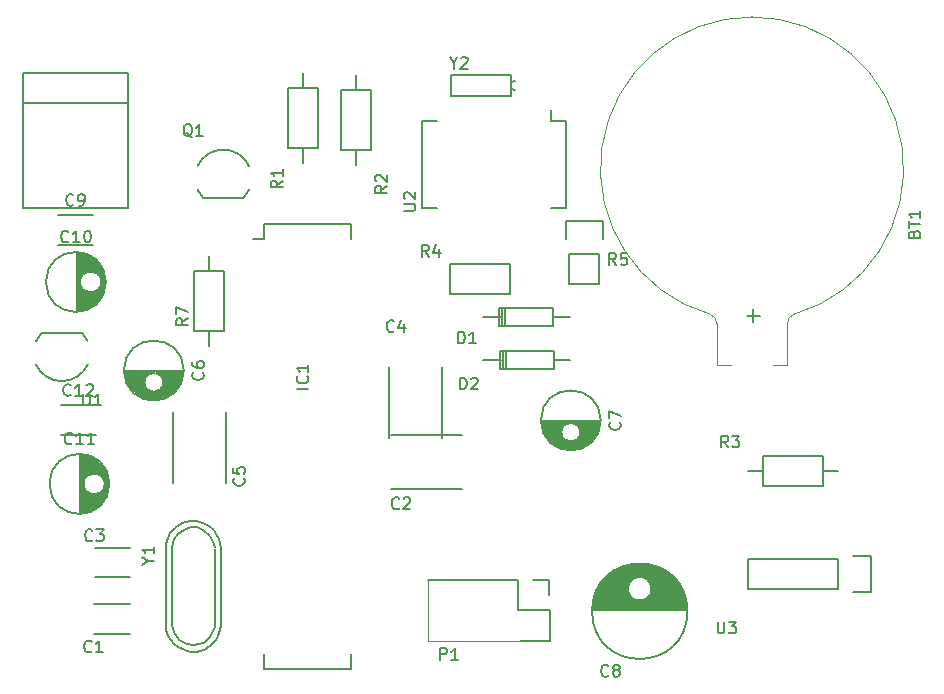
<source format=gbr>
G04 #@! TF.FileFunction,Legend,Top*
%FSLAX46Y46*%
G04 Gerber Fmt 4.6, Leading zero omitted, Abs format (unit mm)*
G04 Created by KiCad (PCBNEW 4.0.2+dfsg1-stable) date sob, 21 kwi 2018, 12:47:44*
%MOMM*%
G01*
G04 APERTURE LIST*
%ADD10C,0.500000*%
%ADD11C,0.150000*%
%ADD12C,0.120000*%
G04 APERTURE END LIST*
D10*
D11*
X94110000Y-94870000D02*
X97110000Y-94870000D01*
X97110000Y-97370000D02*
X94110000Y-97370000D01*
X119260000Y-80600000D02*
X125260000Y-80600000D01*
X125260000Y-85100000D02*
X119260000Y-85100000D01*
X94160000Y-90120000D02*
X97160000Y-90120000D01*
X97160000Y-92620000D02*
X94160000Y-92620000D01*
X123520000Y-74800000D02*
X123520000Y-80800000D01*
X119020000Y-80800000D02*
X119020000Y-74800000D01*
X105280000Y-78650000D02*
X105280000Y-84650000D01*
X100780000Y-84650000D02*
X100780000Y-78650000D01*
X108467143Y-62725000D02*
X108467143Y-63995000D01*
X115817143Y-62725000D02*
X115817143Y-63995000D01*
X115817143Y-100335000D02*
X115817143Y-99065000D01*
X108467143Y-100335000D02*
X108467143Y-99065000D01*
X108467143Y-62725000D02*
X115817143Y-62725000D01*
X108467143Y-100335000D02*
X115817143Y-100335000D01*
X108467143Y-63995000D02*
X107532143Y-63995000D01*
X102530000Y-71735000D02*
X102530000Y-66655000D01*
X102530000Y-66655000D02*
X105070000Y-66655000D01*
X105070000Y-66655000D02*
X105070000Y-71735000D01*
X105070000Y-71735000D02*
X102530000Y-71735000D01*
X103800000Y-71735000D02*
X103800000Y-73005000D01*
X103800000Y-66655000D02*
X103800000Y-65385000D01*
X103490760Y-98079000D02*
X103089440Y-98279660D01*
X103089440Y-98279660D02*
X102490000Y-98381260D01*
X102490000Y-98381260D02*
X101989620Y-98279660D01*
X101989620Y-98279660D02*
X101291120Y-97880880D01*
X101291120Y-97880880D02*
X100889800Y-97278900D01*
X100889800Y-97278900D02*
X100689140Y-96679460D01*
X100689140Y-96679460D02*
X100689140Y-90080540D01*
X100689140Y-90080540D02*
X100889800Y-89379500D01*
X100889800Y-89379500D02*
X101189520Y-88980720D01*
X101189520Y-88980720D02*
X101689900Y-88579400D01*
X101689900Y-88579400D02*
X102289340Y-88378740D01*
X102289340Y-88378740D02*
X102789720Y-88378740D01*
X102789720Y-88378740D02*
X103290100Y-88579400D01*
X103290100Y-88579400D02*
X103889540Y-89079780D01*
X103889540Y-89079780D02*
X104189260Y-89580160D01*
X104189260Y-89580160D02*
X104290860Y-90080540D01*
X104290860Y-90179600D02*
X104290860Y-96781060D01*
X104290860Y-96781060D02*
X104189260Y-97179840D01*
X104189260Y-97179840D02*
X103889540Y-97680220D01*
X103889540Y-97680220D02*
X103389160Y-98180600D01*
X104819180Y-90189760D02*
X104770920Y-89730020D01*
X104770920Y-89730020D02*
X104659160Y-89331240D01*
X104659160Y-89331240D02*
X104440720Y-88899440D01*
X104440720Y-88899440D02*
X104209580Y-88609880D01*
X104209580Y-88609880D02*
X103859060Y-88279680D01*
X103859060Y-88279680D02*
X103320580Y-87990120D01*
X103320580Y-87990120D02*
X102721140Y-87860580D01*
X102721140Y-87860580D02*
X102210600Y-87860580D01*
X102210600Y-87860580D02*
X101509560Y-88030760D01*
X101509560Y-88030760D02*
X100920280Y-88429540D01*
X100920280Y-88429540D02*
X100549440Y-88889280D01*
X100549440Y-88889280D02*
X100341160Y-89310920D01*
X100341160Y-89310920D02*
X100181140Y-89760500D01*
X100181140Y-89760500D02*
X100150660Y-90199920D01*
X100369100Y-97540520D02*
X100590080Y-97918980D01*
X100590080Y-97918980D02*
X100869480Y-98239020D01*
X100869480Y-98239020D02*
X101199680Y-98490480D01*
X101199680Y-98490480D02*
X101750860Y-98790200D01*
X101750860Y-98790200D02*
X102220760Y-98899420D01*
X102220760Y-98899420D02*
X102680500Y-98919740D01*
X102680500Y-98919740D02*
X103140240Y-98830840D01*
X103140240Y-98830840D02*
X103589820Y-98640340D01*
X103589820Y-98640340D02*
X104059720Y-98279660D01*
X104059720Y-98279660D02*
X104379760Y-97929140D01*
X104379760Y-97929140D02*
X104610900Y-97540520D01*
X104610900Y-97540520D02*
X104750600Y-97111260D01*
X104750600Y-97111260D02*
X104819180Y-96669300D01*
X100160820Y-90179600D02*
X100160820Y-96631200D01*
X100160820Y-96631200D02*
X100198920Y-97050300D01*
X100198920Y-97050300D02*
X100369100Y-97540520D01*
X104819180Y-90179600D02*
X104819180Y-96631200D01*
X102842305Y-59786990D02*
G75*
G03X103330000Y-60490000I2187695J996990D01*
G01*
X107217695Y-59786990D02*
G75*
G02X106730000Y-60490000I-2187695J996990D01*
G01*
X103330000Y-60490000D02*
X106730000Y-60490000D01*
X102845121Y-57796873D02*
G75*
G02X105030000Y-56390000I2184879J-993127D01*
G01*
X107214879Y-57796873D02*
G75*
G03X105030000Y-56390000I-2184879J-993127D01*
G01*
X136291000Y-95405000D02*
X144289000Y-95405000D01*
X136296000Y-95265000D02*
X144284000Y-95265000D01*
X136306000Y-95125000D02*
X144274000Y-95125000D01*
X136321000Y-94985000D02*
X144259000Y-94985000D01*
X136341000Y-94845000D02*
X144239000Y-94845000D01*
X136366000Y-94705000D02*
X144214000Y-94705000D01*
X136396000Y-94565000D02*
X140117000Y-94565000D01*
X140463000Y-94565000D02*
X144184000Y-94565000D01*
X136432000Y-94425000D02*
X139755000Y-94425000D01*
X140825000Y-94425000D02*
X144148000Y-94425000D01*
X136473000Y-94285000D02*
X139581000Y-94285000D01*
X140999000Y-94285000D02*
X144107000Y-94285000D01*
X136519000Y-94145000D02*
X139465000Y-94145000D01*
X141115000Y-94145000D02*
X144061000Y-94145000D01*
X136572000Y-94005000D02*
X139385000Y-94005000D01*
X141195000Y-94005000D02*
X144008000Y-94005000D01*
X136631000Y-93865000D02*
X139331000Y-93865000D01*
X141249000Y-93865000D02*
X143949000Y-93865000D01*
X136696000Y-93725000D02*
X139301000Y-93725000D01*
X141279000Y-93725000D02*
X143884000Y-93725000D01*
X136767000Y-93585000D02*
X139290000Y-93585000D01*
X141290000Y-93585000D02*
X143813000Y-93585000D01*
X136846000Y-93445000D02*
X139299000Y-93445000D01*
X141281000Y-93445000D02*
X143734000Y-93445000D01*
X136933000Y-93305000D02*
X139329000Y-93305000D01*
X141251000Y-93305000D02*
X143647000Y-93305000D01*
X137028000Y-93165000D02*
X139380000Y-93165000D01*
X141200000Y-93165000D02*
X143552000Y-93165000D01*
X137132000Y-93025000D02*
X139458000Y-93025000D01*
X141122000Y-93025000D02*
X143448000Y-93025000D01*
X137246000Y-92885000D02*
X139571000Y-92885000D01*
X141009000Y-92885000D02*
X143334000Y-92885000D01*
X137371000Y-92745000D02*
X139740000Y-92745000D01*
X140840000Y-92745000D02*
X143209000Y-92745000D01*
X137509000Y-92605000D02*
X140068000Y-92605000D01*
X140512000Y-92605000D02*
X143071000Y-92605000D01*
X137661000Y-92465000D02*
X142919000Y-92465000D01*
X137831000Y-92325000D02*
X142749000Y-92325000D01*
X138022000Y-92185000D02*
X142558000Y-92185000D01*
X138240000Y-92045000D02*
X142340000Y-92045000D01*
X138496000Y-91905000D02*
X142084000Y-91905000D01*
X138807000Y-91765000D02*
X141773000Y-91765000D01*
X139223000Y-91625000D02*
X141357000Y-91625000D01*
X140090000Y-91485000D02*
X140490000Y-91485000D01*
X141290000Y-93580000D02*
G75*
G03X141290000Y-93580000I-1000000J0D01*
G01*
X144327500Y-95480000D02*
G75*
G03X144327500Y-95480000I-4037500J0D01*
G01*
X96995000Y-52460000D02*
X88105000Y-52460000D01*
X96995000Y-55000000D02*
X96995000Y-60715000D01*
X96995000Y-60715000D02*
X96995000Y-61350000D01*
X96995000Y-61350000D02*
X88105000Y-61350000D01*
X88105000Y-61350000D02*
X88105000Y-55000000D01*
X88105000Y-55000000D02*
X88105000Y-49920000D01*
X88105000Y-49920000D02*
X96995000Y-49920000D01*
X96995000Y-49920000D02*
X96995000Y-55000000D01*
X131256500Y-92806500D02*
X132590000Y-92806500D01*
X132590000Y-92806500D02*
X132590000Y-94076500D01*
X122366500Y-92806500D02*
X129986500Y-92806500D01*
X129986500Y-92806500D02*
X129986500Y-95410000D01*
X129986500Y-95410000D02*
X132653500Y-95410000D01*
X132653500Y-95410000D02*
X132653500Y-98013500D01*
X132653500Y-98013500D02*
X130113500Y-98013500D01*
D12*
X130050000Y-98010000D02*
X122370000Y-98010000D01*
X122370000Y-98010000D02*
X122370000Y-92810000D01*
X132650000Y-95410000D02*
X130050000Y-95410000D01*
D11*
X101649000Y-75175000D02*
X96651000Y-75175000D01*
X101641000Y-75315000D02*
X99304000Y-75315000D01*
X98996000Y-75315000D02*
X96659000Y-75315000D01*
X101625000Y-75455000D02*
X99623000Y-75455000D01*
X98677000Y-75455000D02*
X96675000Y-75455000D01*
X101601000Y-75595000D02*
X99770000Y-75595000D01*
X98530000Y-75595000D02*
X96699000Y-75595000D01*
X101568000Y-75735000D02*
X99862000Y-75735000D01*
X98438000Y-75735000D02*
X96732000Y-75735000D01*
X101527000Y-75875000D02*
X99918000Y-75875000D01*
X98382000Y-75875000D02*
X96773000Y-75875000D01*
X101477000Y-76015000D02*
X99945000Y-76015000D01*
X98355000Y-76015000D02*
X96823000Y-76015000D01*
X101416000Y-76155000D02*
X99948000Y-76155000D01*
X98352000Y-76155000D02*
X96884000Y-76155000D01*
X101346000Y-76295000D02*
X99926000Y-76295000D01*
X98374000Y-76295000D02*
X96954000Y-76295000D01*
X101264000Y-76435000D02*
X99876000Y-76435000D01*
X98424000Y-76435000D02*
X97036000Y-76435000D01*
X101169000Y-76575000D02*
X99794000Y-76575000D01*
X98506000Y-76575000D02*
X97131000Y-76575000D01*
X101058000Y-76715000D02*
X99662000Y-76715000D01*
X98638000Y-76715000D02*
X97242000Y-76715000D01*
X100930000Y-76855000D02*
X99415000Y-76855000D01*
X98885000Y-76855000D02*
X97370000Y-76855000D01*
X100781000Y-76995000D02*
X97519000Y-76995000D01*
X100602000Y-77135000D02*
X97698000Y-77135000D01*
X100383000Y-77275000D02*
X97917000Y-77275000D01*
X100094000Y-77415000D02*
X98206000Y-77415000D01*
X99622000Y-77555000D02*
X98678000Y-77555000D01*
X99950000Y-76100000D02*
G75*
G03X99950000Y-76100000I-800000J0D01*
G01*
X101687500Y-75100000D02*
G75*
G03X101687500Y-75100000I-2537500J0D01*
G01*
X136949000Y-79395000D02*
X131951000Y-79395000D01*
X136941000Y-79535000D02*
X134604000Y-79535000D01*
X134296000Y-79535000D02*
X131959000Y-79535000D01*
X136925000Y-79675000D02*
X134923000Y-79675000D01*
X133977000Y-79675000D02*
X131975000Y-79675000D01*
X136901000Y-79815000D02*
X135070000Y-79815000D01*
X133830000Y-79815000D02*
X131999000Y-79815000D01*
X136868000Y-79955000D02*
X135162000Y-79955000D01*
X133738000Y-79955000D02*
X132032000Y-79955000D01*
X136827000Y-80095000D02*
X135218000Y-80095000D01*
X133682000Y-80095000D02*
X132073000Y-80095000D01*
X136777000Y-80235000D02*
X135245000Y-80235000D01*
X133655000Y-80235000D02*
X132123000Y-80235000D01*
X136716000Y-80375000D02*
X135248000Y-80375000D01*
X133652000Y-80375000D02*
X132184000Y-80375000D01*
X136646000Y-80515000D02*
X135226000Y-80515000D01*
X133674000Y-80515000D02*
X132254000Y-80515000D01*
X136564000Y-80655000D02*
X135176000Y-80655000D01*
X133724000Y-80655000D02*
X132336000Y-80655000D01*
X136469000Y-80795000D02*
X135094000Y-80795000D01*
X133806000Y-80795000D02*
X132431000Y-80795000D01*
X136358000Y-80935000D02*
X134962000Y-80935000D01*
X133938000Y-80935000D02*
X132542000Y-80935000D01*
X136230000Y-81075000D02*
X134715000Y-81075000D01*
X134185000Y-81075000D02*
X132670000Y-81075000D01*
X136081000Y-81215000D02*
X132819000Y-81215000D01*
X135902000Y-81355000D02*
X132998000Y-81355000D01*
X135683000Y-81495000D02*
X133217000Y-81495000D01*
X135394000Y-81635000D02*
X133506000Y-81635000D01*
X134922000Y-81775000D02*
X133978000Y-81775000D01*
X135250000Y-80320000D02*
G75*
G03X135250000Y-80320000I-800000J0D01*
G01*
X136987500Y-79320000D02*
G75*
G03X136987500Y-79320000I-2537500J0D01*
G01*
D12*
X151600000Y-74650000D02*
X152800000Y-74650000D01*
X149727687Y-45163830D02*
G75*
G02X153300000Y-70350000I72313J-12836170D01*
G01*
X153326384Y-70348246D02*
G75*
G03X152800000Y-71100000I273616J-751754D01*
G01*
X149872313Y-45163830D02*
G75*
G03X146300000Y-70350000I-72313J-12836170D01*
G01*
X146273616Y-70348246D02*
G75*
G02X146800000Y-71100000I-273616J-751754D01*
G01*
X146800000Y-74650000D02*
X146800000Y-71050000D01*
X148000000Y-74650000D02*
X146800000Y-74650000D01*
X152800000Y-74650000D02*
X152800000Y-71050000D01*
D11*
X132966520Y-70597460D02*
X134363520Y-70597460D01*
X128521520Y-70597460D02*
X126997520Y-70597460D01*
X128902520Y-69835460D02*
X128902520Y-71359460D01*
X128648520Y-69835460D02*
X128648520Y-71359460D01*
X128394520Y-70597460D02*
X128394520Y-71359460D01*
X128394520Y-71359460D02*
X132966520Y-71359460D01*
X132966520Y-71359460D02*
X132966520Y-69835460D01*
X132966520Y-69835460D02*
X128394520Y-69835460D01*
X128394520Y-69835460D02*
X128394520Y-70597460D01*
X133016520Y-74247460D02*
X134413520Y-74247460D01*
X128571520Y-74247460D02*
X127047520Y-74247460D01*
X128952520Y-73485460D02*
X128952520Y-75009460D01*
X128698520Y-73485460D02*
X128698520Y-75009460D01*
X128444520Y-74247460D02*
X128444520Y-75009460D01*
X128444520Y-75009460D02*
X133016520Y-75009460D01*
X133016520Y-75009460D02*
X133016520Y-73485460D01*
X133016520Y-73485460D02*
X128444520Y-73485460D01*
X128444520Y-73485460D02*
X128444520Y-74247460D01*
X113020000Y-51190000D02*
X113020000Y-56270000D01*
X113020000Y-56270000D02*
X110480000Y-56270000D01*
X110480000Y-56270000D02*
X110480000Y-51190000D01*
X110480000Y-51190000D02*
X113020000Y-51190000D01*
X111750000Y-51190000D02*
X111750000Y-49920000D01*
X111750000Y-56270000D02*
X111750000Y-57540000D01*
X117520000Y-51390000D02*
X117520000Y-56470000D01*
X117520000Y-56470000D02*
X114980000Y-56470000D01*
X114980000Y-56470000D02*
X114980000Y-51390000D01*
X114980000Y-51390000D02*
X117520000Y-51390000D01*
X116250000Y-51390000D02*
X116250000Y-50120000D01*
X116250000Y-56470000D02*
X116250000Y-57740000D01*
X134045000Y-53985000D02*
X132775000Y-53985000D01*
X134045000Y-61335000D02*
X132775000Y-61335000D01*
X121835000Y-61335000D02*
X123105000Y-61335000D01*
X121835000Y-53985000D02*
X123105000Y-53985000D01*
X134045000Y-53985000D02*
X134045000Y-61335000D01*
X121835000Y-53985000D02*
X121835000Y-61335000D01*
X132775000Y-53985000D02*
X132775000Y-53050000D01*
X129400320Y-51249720D02*
X129700040Y-51348780D01*
X129400320Y-50650280D02*
X129700040Y-50551220D01*
X129400320Y-50050840D02*
X124350800Y-50050840D01*
X124350800Y-50050840D02*
X124350800Y-51849160D01*
X124350800Y-51849160D02*
X129400320Y-51849160D01*
X129400320Y-50050840D02*
X129400320Y-51849160D01*
X155810000Y-84870000D02*
X150730000Y-84870000D01*
X150730000Y-84870000D02*
X150730000Y-82330000D01*
X150730000Y-82330000D02*
X155810000Y-82330000D01*
X155810000Y-82330000D02*
X155810000Y-84870000D01*
X155810000Y-83600000D02*
X157080000Y-83600000D01*
X150730000Y-83600000D02*
X149460000Y-83600000D01*
X157090000Y-91030000D02*
X157090000Y-93570000D01*
X149470000Y-91030000D02*
X157090000Y-91030000D01*
X149470000Y-93570000D02*
X149470000Y-91030000D01*
X157090000Y-93570000D02*
X149470000Y-93570000D01*
X159884000Y-90776000D02*
X158360000Y-90776000D01*
X159884000Y-93824000D02*
X159884000Y-90776000D01*
X158360000Y-93824000D02*
X159884000Y-93824000D01*
X129330000Y-68620000D02*
X124250000Y-68620000D01*
X124250000Y-68620000D02*
X124250000Y-66080000D01*
X124250000Y-66080000D02*
X129330000Y-66080000D01*
X129330000Y-66080000D02*
X129330000Y-68620000D01*
X136870000Y-65270000D02*
X136870000Y-67810000D01*
X137150000Y-62450000D02*
X137150000Y-64000000D01*
X136870000Y-65270000D02*
X134330000Y-65270000D01*
X134050000Y-64000000D02*
X134050000Y-62450000D01*
X134050000Y-62450000D02*
X137150000Y-62450000D01*
X134330000Y-65270000D02*
X134330000Y-67810000D01*
X134330000Y-67810000D02*
X136870000Y-67810000D01*
X91000000Y-61950000D02*
X94000000Y-61950000D01*
X94000000Y-64450000D02*
X91000000Y-64450000D01*
X92625000Y-65101000D02*
X92625000Y-70099000D01*
X92765000Y-65109000D02*
X92765000Y-70091000D01*
X92905000Y-65125000D02*
X92905000Y-67505000D01*
X92905000Y-67695000D02*
X92905000Y-70075000D01*
X93045000Y-65149000D02*
X93045000Y-67110000D01*
X93045000Y-68090000D02*
X93045000Y-70051000D01*
X93185000Y-65182000D02*
X93185000Y-66943000D01*
X93185000Y-68257000D02*
X93185000Y-70018000D01*
X93325000Y-65223000D02*
X93325000Y-66836000D01*
X93325000Y-68364000D02*
X93325000Y-69977000D01*
X93465000Y-65273000D02*
X93465000Y-66765000D01*
X93465000Y-68435000D02*
X93465000Y-69927000D01*
X93605000Y-65334000D02*
X93605000Y-66721000D01*
X93605000Y-68479000D02*
X93605000Y-69866000D01*
X93745000Y-65404000D02*
X93745000Y-66702000D01*
X93745000Y-68498000D02*
X93745000Y-69796000D01*
X93885000Y-65486000D02*
X93885000Y-66704000D01*
X93885000Y-68496000D02*
X93885000Y-69714000D01*
X94025000Y-65581000D02*
X94025000Y-66729000D01*
X94025000Y-68471000D02*
X94025000Y-69619000D01*
X94165000Y-65692000D02*
X94165000Y-66777000D01*
X94165000Y-68423000D02*
X94165000Y-69508000D01*
X94305000Y-65820000D02*
X94305000Y-66855000D01*
X94305000Y-68345000D02*
X94305000Y-69380000D01*
X94445000Y-65969000D02*
X94445000Y-66972000D01*
X94445000Y-68228000D02*
X94445000Y-69231000D01*
X94585000Y-66148000D02*
X94585000Y-67160000D01*
X94585000Y-68040000D02*
X94585000Y-69052000D01*
X94725000Y-66367000D02*
X94725000Y-68833000D01*
X94865000Y-66656000D02*
X94865000Y-68544000D01*
X95005000Y-67128000D02*
X95005000Y-68072000D01*
X94700000Y-67600000D02*
G75*
G03X94700000Y-67600000I-900000J0D01*
G01*
X95087500Y-67600000D02*
G75*
G03X95087500Y-67600000I-2537500J0D01*
G01*
X92925000Y-82201000D02*
X92925000Y-87199000D01*
X93065000Y-82209000D02*
X93065000Y-87191000D01*
X93205000Y-82225000D02*
X93205000Y-84605000D01*
X93205000Y-84795000D02*
X93205000Y-87175000D01*
X93345000Y-82249000D02*
X93345000Y-84210000D01*
X93345000Y-85190000D02*
X93345000Y-87151000D01*
X93485000Y-82282000D02*
X93485000Y-84043000D01*
X93485000Y-85357000D02*
X93485000Y-87118000D01*
X93625000Y-82323000D02*
X93625000Y-83936000D01*
X93625000Y-85464000D02*
X93625000Y-87077000D01*
X93765000Y-82373000D02*
X93765000Y-83865000D01*
X93765000Y-85535000D02*
X93765000Y-87027000D01*
X93905000Y-82434000D02*
X93905000Y-83821000D01*
X93905000Y-85579000D02*
X93905000Y-86966000D01*
X94045000Y-82504000D02*
X94045000Y-83802000D01*
X94045000Y-85598000D02*
X94045000Y-86896000D01*
X94185000Y-82586000D02*
X94185000Y-83804000D01*
X94185000Y-85596000D02*
X94185000Y-86814000D01*
X94325000Y-82681000D02*
X94325000Y-83829000D01*
X94325000Y-85571000D02*
X94325000Y-86719000D01*
X94465000Y-82792000D02*
X94465000Y-83877000D01*
X94465000Y-85523000D02*
X94465000Y-86608000D01*
X94605000Y-82920000D02*
X94605000Y-83955000D01*
X94605000Y-85445000D02*
X94605000Y-86480000D01*
X94745000Y-83069000D02*
X94745000Y-84072000D01*
X94745000Y-85328000D02*
X94745000Y-86331000D01*
X94885000Y-83248000D02*
X94885000Y-84260000D01*
X94885000Y-85140000D02*
X94885000Y-86152000D01*
X95025000Y-83467000D02*
X95025000Y-85933000D01*
X95165000Y-83756000D02*
X95165000Y-85644000D01*
X95305000Y-84228000D02*
X95305000Y-85172000D01*
X95000000Y-84700000D02*
G75*
G03X95000000Y-84700000I-900000J0D01*
G01*
X95387500Y-84700000D02*
G75*
G03X95387500Y-84700000I-2537500J0D01*
G01*
X91250000Y-78050000D02*
X94250000Y-78050000D01*
X94250000Y-80550000D02*
X91250000Y-80550000D01*
X93547695Y-72603010D02*
G75*
G03X93060000Y-71900000I-2187695J-996990D01*
G01*
X89172305Y-72603010D02*
G75*
G02X89660000Y-71900000I2187695J-996990D01*
G01*
X93060000Y-71900000D02*
X89660000Y-71900000D01*
X93544879Y-74593127D02*
G75*
G02X91360000Y-76000000I-2184879J993127D01*
G01*
X89175121Y-74593127D02*
G75*
G03X91360000Y-76000000I2184879J993127D01*
G01*
X93883334Y-98877143D02*
X93835715Y-98924762D01*
X93692858Y-98972381D01*
X93597620Y-98972381D01*
X93454762Y-98924762D01*
X93359524Y-98829524D01*
X93311905Y-98734286D01*
X93264286Y-98543810D01*
X93264286Y-98400952D01*
X93311905Y-98210476D01*
X93359524Y-98115238D01*
X93454762Y-98020000D01*
X93597620Y-97972381D01*
X93692858Y-97972381D01*
X93835715Y-98020000D01*
X93883334Y-98067619D01*
X94835715Y-98972381D02*
X94264286Y-98972381D01*
X94550000Y-98972381D02*
X94550000Y-97972381D01*
X94454762Y-98115238D01*
X94359524Y-98210476D01*
X94264286Y-98258095D01*
X119923334Y-86747143D02*
X119875715Y-86794762D01*
X119732858Y-86842381D01*
X119637620Y-86842381D01*
X119494762Y-86794762D01*
X119399524Y-86699524D01*
X119351905Y-86604286D01*
X119304286Y-86413810D01*
X119304286Y-86270952D01*
X119351905Y-86080476D01*
X119399524Y-85985238D01*
X119494762Y-85890000D01*
X119637620Y-85842381D01*
X119732858Y-85842381D01*
X119875715Y-85890000D01*
X119923334Y-85937619D01*
X120304286Y-85937619D02*
X120351905Y-85890000D01*
X120447143Y-85842381D01*
X120685239Y-85842381D01*
X120780477Y-85890000D01*
X120828096Y-85937619D01*
X120875715Y-86032857D01*
X120875715Y-86128095D01*
X120828096Y-86270952D01*
X120256667Y-86842381D01*
X120875715Y-86842381D01*
X93943334Y-89457143D02*
X93895715Y-89504762D01*
X93752858Y-89552381D01*
X93657620Y-89552381D01*
X93514762Y-89504762D01*
X93419524Y-89409524D01*
X93371905Y-89314286D01*
X93324286Y-89123810D01*
X93324286Y-88980952D01*
X93371905Y-88790476D01*
X93419524Y-88695238D01*
X93514762Y-88600000D01*
X93657620Y-88552381D01*
X93752858Y-88552381D01*
X93895715Y-88600000D01*
X93943334Y-88647619D01*
X94276667Y-88552381D02*
X94895715Y-88552381D01*
X94562381Y-88933333D01*
X94705239Y-88933333D01*
X94800477Y-88980952D01*
X94848096Y-89028571D01*
X94895715Y-89123810D01*
X94895715Y-89361905D01*
X94848096Y-89457143D01*
X94800477Y-89504762D01*
X94705239Y-89552381D01*
X94419524Y-89552381D01*
X94324286Y-89504762D01*
X94276667Y-89457143D01*
X119483334Y-71757143D02*
X119435715Y-71804762D01*
X119292858Y-71852381D01*
X119197620Y-71852381D01*
X119054762Y-71804762D01*
X118959524Y-71709524D01*
X118911905Y-71614286D01*
X118864286Y-71423810D01*
X118864286Y-71280952D01*
X118911905Y-71090476D01*
X118959524Y-70995238D01*
X119054762Y-70900000D01*
X119197620Y-70852381D01*
X119292858Y-70852381D01*
X119435715Y-70900000D01*
X119483334Y-70947619D01*
X120340477Y-71185714D02*
X120340477Y-71852381D01*
X120102381Y-70804762D02*
X119864286Y-71519048D01*
X120483334Y-71519048D01*
X106757143Y-84216666D02*
X106804762Y-84264285D01*
X106852381Y-84407142D01*
X106852381Y-84502380D01*
X106804762Y-84645238D01*
X106709524Y-84740476D01*
X106614286Y-84788095D01*
X106423810Y-84835714D01*
X106280952Y-84835714D01*
X106090476Y-84788095D01*
X105995238Y-84740476D01*
X105900000Y-84645238D01*
X105852381Y-84502380D01*
X105852381Y-84407142D01*
X105900000Y-84264285D01*
X105947619Y-84216666D01*
X105852381Y-83311904D02*
X105852381Y-83788095D01*
X106328571Y-83835714D01*
X106280952Y-83788095D01*
X106233333Y-83692857D01*
X106233333Y-83454761D01*
X106280952Y-83359523D01*
X106328571Y-83311904D01*
X106423810Y-83264285D01*
X106661905Y-83264285D01*
X106757143Y-83311904D01*
X106804762Y-83359523D01*
X106852381Y-83454761D01*
X106852381Y-83692857D01*
X106804762Y-83788095D01*
X106757143Y-83835714D01*
X112242381Y-76626190D02*
X111242381Y-76626190D01*
X112147143Y-75578571D02*
X112194762Y-75626190D01*
X112242381Y-75769047D01*
X112242381Y-75864285D01*
X112194762Y-76007143D01*
X112099524Y-76102381D01*
X112004286Y-76150000D01*
X111813810Y-76197619D01*
X111670952Y-76197619D01*
X111480476Y-76150000D01*
X111385238Y-76102381D01*
X111290000Y-76007143D01*
X111242381Y-75864285D01*
X111242381Y-75769047D01*
X111290000Y-75626190D01*
X111337619Y-75578571D01*
X112242381Y-74626190D02*
X112242381Y-75197619D01*
X112242381Y-74911905D02*
X111242381Y-74911905D01*
X111385238Y-75007143D01*
X111480476Y-75102381D01*
X111528095Y-75197619D01*
X102042381Y-70686666D02*
X101566190Y-71020000D01*
X102042381Y-71258095D02*
X101042381Y-71258095D01*
X101042381Y-70877142D01*
X101090000Y-70781904D01*
X101137619Y-70734285D01*
X101232857Y-70686666D01*
X101375714Y-70686666D01*
X101470952Y-70734285D01*
X101518571Y-70781904D01*
X101566190Y-70877142D01*
X101566190Y-71258095D01*
X101042381Y-70353333D02*
X101042381Y-69686666D01*
X102042381Y-70115238D01*
X98666190Y-91206191D02*
X99142381Y-91206191D01*
X98142381Y-91539524D02*
X98666190Y-91206191D01*
X98142381Y-90872857D01*
X99142381Y-90015714D02*
X99142381Y-90587143D01*
X99142381Y-90301429D02*
X98142381Y-90301429D01*
X98285238Y-90396667D01*
X98380476Y-90491905D01*
X98428095Y-90587143D01*
X102394762Y-55337619D02*
X102299524Y-55290000D01*
X102204286Y-55194762D01*
X102061429Y-55051905D01*
X101966190Y-55004286D01*
X101870952Y-55004286D01*
X101918571Y-55242381D02*
X101823333Y-55194762D01*
X101728095Y-55099524D01*
X101680476Y-54909048D01*
X101680476Y-54575714D01*
X101728095Y-54385238D01*
X101823333Y-54290000D01*
X101918571Y-54242381D01*
X102109048Y-54242381D01*
X102204286Y-54290000D01*
X102299524Y-54385238D01*
X102347143Y-54575714D01*
X102347143Y-54909048D01*
X102299524Y-55099524D01*
X102204286Y-55194762D01*
X102109048Y-55242381D01*
X101918571Y-55242381D01*
X103299524Y-55242381D02*
X102728095Y-55242381D01*
X103013809Y-55242381D02*
X103013809Y-54242381D01*
X102918571Y-54385238D01*
X102823333Y-54480476D01*
X102728095Y-54528095D01*
X137643334Y-100917143D02*
X137595715Y-100964762D01*
X137452858Y-101012381D01*
X137357620Y-101012381D01*
X137214762Y-100964762D01*
X137119524Y-100869524D01*
X137071905Y-100774286D01*
X137024286Y-100583810D01*
X137024286Y-100440952D01*
X137071905Y-100250476D01*
X137119524Y-100155238D01*
X137214762Y-100060000D01*
X137357620Y-100012381D01*
X137452858Y-100012381D01*
X137595715Y-100060000D01*
X137643334Y-100107619D01*
X138214762Y-100440952D02*
X138119524Y-100393333D01*
X138071905Y-100345714D01*
X138024286Y-100250476D01*
X138024286Y-100202857D01*
X138071905Y-100107619D01*
X138119524Y-100060000D01*
X138214762Y-100012381D01*
X138405239Y-100012381D01*
X138500477Y-100060000D01*
X138548096Y-100107619D01*
X138595715Y-100202857D01*
X138595715Y-100250476D01*
X138548096Y-100345714D01*
X138500477Y-100393333D01*
X138405239Y-100440952D01*
X138214762Y-100440952D01*
X138119524Y-100488571D01*
X138071905Y-100536190D01*
X138024286Y-100631429D01*
X138024286Y-100821905D01*
X138071905Y-100917143D01*
X138119524Y-100964762D01*
X138214762Y-101012381D01*
X138405239Y-101012381D01*
X138500477Y-100964762D01*
X138548096Y-100917143D01*
X138595715Y-100821905D01*
X138595715Y-100631429D01*
X138548096Y-100536190D01*
X138500477Y-100488571D01*
X138405239Y-100440952D01*
X123381905Y-99612381D02*
X123381905Y-98612381D01*
X123762858Y-98612381D01*
X123858096Y-98660000D01*
X123905715Y-98707619D01*
X123953334Y-98802857D01*
X123953334Y-98945714D01*
X123905715Y-99040952D01*
X123858096Y-99088571D01*
X123762858Y-99136190D01*
X123381905Y-99136190D01*
X124905715Y-99612381D02*
X124334286Y-99612381D01*
X124620000Y-99612381D02*
X124620000Y-98612381D01*
X124524762Y-98755238D01*
X124429524Y-98850476D01*
X124334286Y-98898095D01*
X103307143Y-75266666D02*
X103354762Y-75314285D01*
X103402381Y-75457142D01*
X103402381Y-75552380D01*
X103354762Y-75695238D01*
X103259524Y-75790476D01*
X103164286Y-75838095D01*
X102973810Y-75885714D01*
X102830952Y-75885714D01*
X102640476Y-75838095D01*
X102545238Y-75790476D01*
X102450000Y-75695238D01*
X102402381Y-75552380D01*
X102402381Y-75457142D01*
X102450000Y-75314285D01*
X102497619Y-75266666D01*
X102402381Y-74409523D02*
X102402381Y-74600000D01*
X102450000Y-74695238D01*
X102497619Y-74742857D01*
X102640476Y-74838095D01*
X102830952Y-74885714D01*
X103211905Y-74885714D01*
X103307143Y-74838095D01*
X103354762Y-74790476D01*
X103402381Y-74695238D01*
X103402381Y-74504761D01*
X103354762Y-74409523D01*
X103307143Y-74361904D01*
X103211905Y-74314285D01*
X102973810Y-74314285D01*
X102878571Y-74361904D01*
X102830952Y-74409523D01*
X102783333Y-74504761D01*
X102783333Y-74695238D01*
X102830952Y-74790476D01*
X102878571Y-74838095D01*
X102973810Y-74885714D01*
X138607143Y-79486666D02*
X138654762Y-79534285D01*
X138702381Y-79677142D01*
X138702381Y-79772380D01*
X138654762Y-79915238D01*
X138559524Y-80010476D01*
X138464286Y-80058095D01*
X138273810Y-80105714D01*
X138130952Y-80105714D01*
X137940476Y-80058095D01*
X137845238Y-80010476D01*
X137750000Y-79915238D01*
X137702381Y-79772380D01*
X137702381Y-79677142D01*
X137750000Y-79534285D01*
X137797619Y-79486666D01*
X137702381Y-79153333D02*
X137702381Y-78486666D01*
X138702381Y-78915238D01*
X163528571Y-63535714D02*
X163576190Y-63392857D01*
X163623810Y-63345238D01*
X163719048Y-63297619D01*
X163861905Y-63297619D01*
X163957143Y-63345238D01*
X164004762Y-63392857D01*
X164052381Y-63488095D01*
X164052381Y-63869048D01*
X163052381Y-63869048D01*
X163052381Y-63535714D01*
X163100000Y-63440476D01*
X163147619Y-63392857D01*
X163242857Y-63345238D01*
X163338095Y-63345238D01*
X163433333Y-63392857D01*
X163480952Y-63440476D01*
X163528571Y-63535714D01*
X163528571Y-63869048D01*
X163052381Y-63011905D02*
X163052381Y-62440476D01*
X164052381Y-62726191D02*
X163052381Y-62726191D01*
X164052381Y-61583333D02*
X164052381Y-62154762D01*
X164052381Y-61869048D02*
X163052381Y-61869048D01*
X163195238Y-61964286D01*
X163290476Y-62059524D01*
X163338095Y-62154762D01*
X149907143Y-71021428D02*
X149907143Y-69878571D01*
X150478571Y-70450000D02*
X149335714Y-70450000D01*
X124911905Y-72802381D02*
X124911905Y-71802381D01*
X125150000Y-71802381D01*
X125292858Y-71850000D01*
X125388096Y-71945238D01*
X125435715Y-72040476D01*
X125483334Y-72230952D01*
X125483334Y-72373810D01*
X125435715Y-72564286D01*
X125388096Y-72659524D01*
X125292858Y-72754762D01*
X125150000Y-72802381D01*
X124911905Y-72802381D01*
X126435715Y-72802381D02*
X125864286Y-72802381D01*
X126150000Y-72802381D02*
X126150000Y-71802381D01*
X126054762Y-71945238D01*
X125959524Y-72040476D01*
X125864286Y-72088095D01*
X125061905Y-76702381D02*
X125061905Y-75702381D01*
X125300000Y-75702381D01*
X125442858Y-75750000D01*
X125538096Y-75845238D01*
X125585715Y-75940476D01*
X125633334Y-76130952D01*
X125633334Y-76273810D01*
X125585715Y-76464286D01*
X125538096Y-76559524D01*
X125442858Y-76654762D01*
X125300000Y-76702381D01*
X125061905Y-76702381D01*
X126014286Y-75797619D02*
X126061905Y-75750000D01*
X126157143Y-75702381D01*
X126395239Y-75702381D01*
X126490477Y-75750000D01*
X126538096Y-75797619D01*
X126585715Y-75892857D01*
X126585715Y-75988095D01*
X126538096Y-76130952D01*
X125966667Y-76702381D01*
X126585715Y-76702381D01*
X110052381Y-59016666D02*
X109576190Y-59350000D01*
X110052381Y-59588095D02*
X109052381Y-59588095D01*
X109052381Y-59207142D01*
X109100000Y-59111904D01*
X109147619Y-59064285D01*
X109242857Y-59016666D01*
X109385714Y-59016666D01*
X109480952Y-59064285D01*
X109528571Y-59111904D01*
X109576190Y-59207142D01*
X109576190Y-59588095D01*
X110052381Y-58064285D02*
X110052381Y-58635714D01*
X110052381Y-58350000D02*
X109052381Y-58350000D01*
X109195238Y-58445238D01*
X109290476Y-58540476D01*
X109338095Y-58635714D01*
X118902381Y-59466666D02*
X118426190Y-59800000D01*
X118902381Y-60038095D02*
X117902381Y-60038095D01*
X117902381Y-59657142D01*
X117950000Y-59561904D01*
X117997619Y-59514285D01*
X118092857Y-59466666D01*
X118235714Y-59466666D01*
X118330952Y-59514285D01*
X118378571Y-59561904D01*
X118426190Y-59657142D01*
X118426190Y-60038095D01*
X117997619Y-59085714D02*
X117950000Y-59038095D01*
X117902381Y-58942857D01*
X117902381Y-58704761D01*
X117950000Y-58609523D01*
X117997619Y-58561904D01*
X118092857Y-58514285D01*
X118188095Y-58514285D01*
X118330952Y-58561904D01*
X118902381Y-59133333D01*
X118902381Y-58514285D01*
X120302381Y-61561905D02*
X121111905Y-61561905D01*
X121207143Y-61514286D01*
X121254762Y-61466667D01*
X121302381Y-61371429D01*
X121302381Y-61180952D01*
X121254762Y-61085714D01*
X121207143Y-61038095D01*
X121111905Y-60990476D01*
X120302381Y-60990476D01*
X120397619Y-60561905D02*
X120350000Y-60514286D01*
X120302381Y-60419048D01*
X120302381Y-60180952D01*
X120350000Y-60085714D01*
X120397619Y-60038095D01*
X120492857Y-59990476D01*
X120588095Y-59990476D01*
X120730952Y-60038095D01*
X121302381Y-60609524D01*
X121302381Y-59990476D01*
X124523809Y-49076190D02*
X124523809Y-49552381D01*
X124190476Y-48552381D02*
X124523809Y-49076190D01*
X124857143Y-48552381D01*
X125142857Y-48647619D02*
X125190476Y-48600000D01*
X125285714Y-48552381D01*
X125523810Y-48552381D01*
X125619048Y-48600000D01*
X125666667Y-48647619D01*
X125714286Y-48742857D01*
X125714286Y-48838095D01*
X125666667Y-48980952D01*
X125095238Y-49552381D01*
X125714286Y-49552381D01*
X147783334Y-81602381D02*
X147450000Y-81126190D01*
X147211905Y-81602381D02*
X147211905Y-80602381D01*
X147592858Y-80602381D01*
X147688096Y-80650000D01*
X147735715Y-80697619D01*
X147783334Y-80792857D01*
X147783334Y-80935714D01*
X147735715Y-81030952D01*
X147688096Y-81078571D01*
X147592858Y-81126190D01*
X147211905Y-81126190D01*
X148116667Y-80602381D02*
X148735715Y-80602381D01*
X148402381Y-80983333D01*
X148545239Y-80983333D01*
X148640477Y-81030952D01*
X148688096Y-81078571D01*
X148735715Y-81173810D01*
X148735715Y-81411905D01*
X148688096Y-81507143D01*
X148640477Y-81554762D01*
X148545239Y-81602381D01*
X148259524Y-81602381D01*
X148164286Y-81554762D01*
X148116667Y-81507143D01*
X146888095Y-96352381D02*
X146888095Y-97161905D01*
X146935714Y-97257143D01*
X146983333Y-97304762D01*
X147078571Y-97352381D01*
X147269048Y-97352381D01*
X147364286Y-97304762D01*
X147411905Y-97257143D01*
X147459524Y-97161905D01*
X147459524Y-96352381D01*
X147840476Y-96352381D02*
X148459524Y-96352381D01*
X148126190Y-96733333D01*
X148269048Y-96733333D01*
X148364286Y-96780952D01*
X148411905Y-96828571D01*
X148459524Y-96923810D01*
X148459524Y-97161905D01*
X148411905Y-97257143D01*
X148364286Y-97304762D01*
X148269048Y-97352381D01*
X147983333Y-97352381D01*
X147888095Y-97304762D01*
X147840476Y-97257143D01*
X122433334Y-65452381D02*
X122100000Y-64976190D01*
X121861905Y-65452381D02*
X121861905Y-64452381D01*
X122242858Y-64452381D01*
X122338096Y-64500000D01*
X122385715Y-64547619D01*
X122433334Y-64642857D01*
X122433334Y-64785714D01*
X122385715Y-64880952D01*
X122338096Y-64928571D01*
X122242858Y-64976190D01*
X121861905Y-64976190D01*
X123290477Y-64785714D02*
X123290477Y-65452381D01*
X123052381Y-64404762D02*
X122814286Y-65119048D01*
X123433334Y-65119048D01*
X138283334Y-66152381D02*
X137950000Y-65676190D01*
X137711905Y-66152381D02*
X137711905Y-65152381D01*
X138092858Y-65152381D01*
X138188096Y-65200000D01*
X138235715Y-65247619D01*
X138283334Y-65342857D01*
X138283334Y-65485714D01*
X138235715Y-65580952D01*
X138188096Y-65628571D01*
X138092858Y-65676190D01*
X137711905Y-65676190D01*
X139188096Y-65152381D02*
X138711905Y-65152381D01*
X138664286Y-65628571D01*
X138711905Y-65580952D01*
X138807143Y-65533333D01*
X139045239Y-65533333D01*
X139140477Y-65580952D01*
X139188096Y-65628571D01*
X139235715Y-65723810D01*
X139235715Y-65961905D01*
X139188096Y-66057143D01*
X139140477Y-66104762D01*
X139045239Y-66152381D01*
X138807143Y-66152381D01*
X138711905Y-66104762D01*
X138664286Y-66057143D01*
X92333334Y-61057143D02*
X92285715Y-61104762D01*
X92142858Y-61152381D01*
X92047620Y-61152381D01*
X91904762Y-61104762D01*
X91809524Y-61009524D01*
X91761905Y-60914286D01*
X91714286Y-60723810D01*
X91714286Y-60580952D01*
X91761905Y-60390476D01*
X91809524Y-60295238D01*
X91904762Y-60200000D01*
X92047620Y-60152381D01*
X92142858Y-60152381D01*
X92285715Y-60200000D01*
X92333334Y-60247619D01*
X92809524Y-61152381D02*
X93000000Y-61152381D01*
X93095239Y-61104762D01*
X93142858Y-61057143D01*
X93238096Y-60914286D01*
X93285715Y-60723810D01*
X93285715Y-60342857D01*
X93238096Y-60247619D01*
X93190477Y-60200000D01*
X93095239Y-60152381D01*
X92904762Y-60152381D01*
X92809524Y-60200000D01*
X92761905Y-60247619D01*
X92714286Y-60342857D01*
X92714286Y-60580952D01*
X92761905Y-60676190D01*
X92809524Y-60723810D01*
X92904762Y-60771429D01*
X93095239Y-60771429D01*
X93190477Y-60723810D01*
X93238096Y-60676190D01*
X93285715Y-60580952D01*
X91907143Y-64157143D02*
X91859524Y-64204762D01*
X91716667Y-64252381D01*
X91621429Y-64252381D01*
X91478571Y-64204762D01*
X91383333Y-64109524D01*
X91335714Y-64014286D01*
X91288095Y-63823810D01*
X91288095Y-63680952D01*
X91335714Y-63490476D01*
X91383333Y-63395238D01*
X91478571Y-63300000D01*
X91621429Y-63252381D01*
X91716667Y-63252381D01*
X91859524Y-63300000D01*
X91907143Y-63347619D01*
X92859524Y-64252381D02*
X92288095Y-64252381D01*
X92573809Y-64252381D02*
X92573809Y-63252381D01*
X92478571Y-63395238D01*
X92383333Y-63490476D01*
X92288095Y-63538095D01*
X93478571Y-63252381D02*
X93573810Y-63252381D01*
X93669048Y-63300000D01*
X93716667Y-63347619D01*
X93764286Y-63442857D01*
X93811905Y-63633333D01*
X93811905Y-63871429D01*
X93764286Y-64061905D01*
X93716667Y-64157143D01*
X93669048Y-64204762D01*
X93573810Y-64252381D01*
X93478571Y-64252381D01*
X93383333Y-64204762D01*
X93335714Y-64157143D01*
X93288095Y-64061905D01*
X93240476Y-63871429D01*
X93240476Y-63633333D01*
X93288095Y-63442857D01*
X93335714Y-63347619D01*
X93383333Y-63300000D01*
X93478571Y-63252381D01*
X92207143Y-81257143D02*
X92159524Y-81304762D01*
X92016667Y-81352381D01*
X91921429Y-81352381D01*
X91778571Y-81304762D01*
X91683333Y-81209524D01*
X91635714Y-81114286D01*
X91588095Y-80923810D01*
X91588095Y-80780952D01*
X91635714Y-80590476D01*
X91683333Y-80495238D01*
X91778571Y-80400000D01*
X91921429Y-80352381D01*
X92016667Y-80352381D01*
X92159524Y-80400000D01*
X92207143Y-80447619D01*
X93159524Y-81352381D02*
X92588095Y-81352381D01*
X92873809Y-81352381D02*
X92873809Y-80352381D01*
X92778571Y-80495238D01*
X92683333Y-80590476D01*
X92588095Y-80638095D01*
X94111905Y-81352381D02*
X93540476Y-81352381D01*
X93826190Y-81352381D02*
X93826190Y-80352381D01*
X93730952Y-80495238D01*
X93635714Y-80590476D01*
X93540476Y-80638095D01*
X92107143Y-77157143D02*
X92059524Y-77204762D01*
X91916667Y-77252381D01*
X91821429Y-77252381D01*
X91678571Y-77204762D01*
X91583333Y-77109524D01*
X91535714Y-77014286D01*
X91488095Y-76823810D01*
X91488095Y-76680952D01*
X91535714Y-76490476D01*
X91583333Y-76395238D01*
X91678571Y-76300000D01*
X91821429Y-76252381D01*
X91916667Y-76252381D01*
X92059524Y-76300000D01*
X92107143Y-76347619D01*
X93059524Y-77252381D02*
X92488095Y-77252381D01*
X92773809Y-77252381D02*
X92773809Y-76252381D01*
X92678571Y-76395238D01*
X92583333Y-76490476D01*
X92488095Y-76538095D01*
X93440476Y-76347619D02*
X93488095Y-76300000D01*
X93583333Y-76252381D01*
X93821429Y-76252381D01*
X93916667Y-76300000D01*
X93964286Y-76347619D01*
X94011905Y-76442857D01*
X94011905Y-76538095D01*
X93964286Y-76680952D01*
X93392857Y-77252381D01*
X94011905Y-77252381D01*
X93138095Y-77052381D02*
X93138095Y-77861905D01*
X93185714Y-77957143D01*
X93233333Y-78004762D01*
X93328571Y-78052381D01*
X93519048Y-78052381D01*
X93614286Y-78004762D01*
X93661905Y-77957143D01*
X93709524Y-77861905D01*
X93709524Y-77052381D01*
X94709524Y-78052381D02*
X94138095Y-78052381D01*
X94423809Y-78052381D02*
X94423809Y-77052381D01*
X94328571Y-77195238D01*
X94233333Y-77290476D01*
X94138095Y-77338095D01*
M02*

</source>
